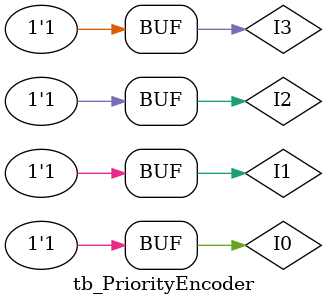
<source format=v>
`timescale 1ns / 1ps

module tb_PriorityEncoder;

// Inputs
reg I3, I2, I1, I0;

// Outputs
wire Y1, Y0, V;

// Instantiate the Unit Under Test (UUT)
PriorityEncoder uut (
    .I3(I3), 
    .I2(I2), 
    .I1(I1), 
    .I0(I0), 
    .Y1(Y1), 
    .Y0(Y0), 
    .V(V)
);

initial begin
    // All 16 possible inputs
    // I3 has the highest priority, followed by I2, then I1, and I0 has the lowest priority.
    I3 = 0; I2 = 0; I1 = 0; I0 = 0; #50; // Base case, all inputs are low
    I3 = 0; I2 = 0; I1 = 0; I0 = 1; #50; // Lowest priority bit is high
    I3 = 0; I2 = 0; I1 = 1; I0 = 0; #50; // I1 takes priority over I0
    I3 = 0; I2 = 0; I1 = 1; I0 = 1; #50; // Show that I1 takes priority over I0
    I3 = 0; I2 = 1; I1 = 0; I0 = 0; #50; // I2 takes priority over I1 and I0
    I3 = 0; I2 = 1; I1 = 0; I0 = 1; #50; // I2 takes priority over lower bits
    I3 = 0; I2 = 1; I1 = 1; I0 = 0; #50; // I2 takes priority over I1 and I0
    I3 = 0; I2 = 1; I1 = 1; I0 = 1; #50; // I2 takes priority over lower bits
    I3 = 1; I2 = 0; I1 = 0; I0 = 0; #50; // I3 has the highest priority
    I3 = 1; I2 = 0; I1 = 0; I0 = 1; #50; // I3 has the highest priority, lower bits don't matter
    I3 = 1; I2 = 0; I1 = 1; I0 = 0; #50; // I3 has the highest priority, lower bits don't matter
    I3 = 1; I2 = 0; I1 = 1; I0 = 1; #50; // I3 has the highest priority, lower bits don't matter
    I3 = 1; I2 = 1; I1 = 0; I0 = 0; #50; // I3 has the highest priority
    I3 = 1; I2 = 1; I1 = 0; I0 = 1; #50; // I3 has the highest priority, lower bits don't matter
    I3 = 1; I2 = 1; I1 = 1; I0 = 0; #50; // I3 has the highest priority, lower bits don't matter
    I3 = 1; I2 = 1; I1 = 1; I0 = 1; #50; // I3 has the highest priority, all inputs are high
end

initial begin
    $monitor("At time %t, I3=%b, I2=%b, I1=%b, I0=%b --> V=%b, Y1=%b, Y0=%b",
             $time, I3, I2, I1, I0, V, Y1, Y0);
end

endmodule


</source>
